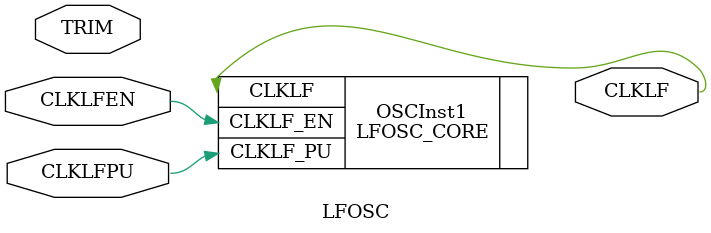
<source format=v>
`timescale 1ps/1ps
module LFOSC ( CLKLFEN, CLKLFPU,  CLKLF, TRIM);	 
input CLKLFEN, CLKLFPU;
output CLKLF;	
input [9:0] TRIM;
parameter FABRIC_TRIME = "DISABLE";

LFOSC_CORE OSCInst1 ( 
.CLKLF_EN(CLKLFEN), 
.CLKLF_PU(CLKLFPU),
.CLKLF(CLKLF) 
) /* synthesis ROUTE_THROUGH_FABRIC= 0 */;


endmodule 

</source>
